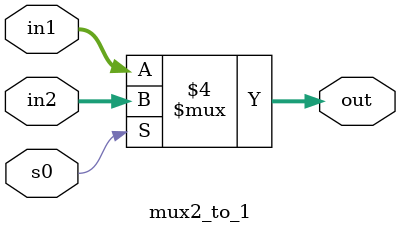
<source format=v>
module stimulus;

	// Declare variables to be connected
	// to inputs
	reg [15:0]in1,in2;
	reg s0;
	
	// Declare output wire
	wire [15:0] out;
	
	// Instantiate the multiplexer
	mux2_to_1 mymux(out,in1,in2,s0);
	
	// Stimulate the inputs
	// Define the stimulus module (no ports)
	initial
	begin
		// set input lines
		in1=16'd10;in2=16'd15;s0=0;
		#1 $display("out= %b, in2= %b, in2= %b,s0= %b\n",out,in1,in2,s0);
		in1=16'd10;in2=16'd15;s0=1;
		#1 $display("out= %b, in2= %b, in2= %b,s0= %b\n",out,in1,in2,s0);

	end
	
endmodule


// Module 4-to-1 multiplexer. Port list is taken exactly from
// the I/O diagram.
module mux2_to_1 (out,in1,in2, s0);
	
	// Port declarations from the I/O diagram
	output reg [15:0]out;
	input [15:0]in1,in2;
	input s0;

	always @(*)
	begin	
	
	if (s0==1'b0)
		out=in1;
	else
		out = in2;

	end	
	
	
endmodule

</source>
